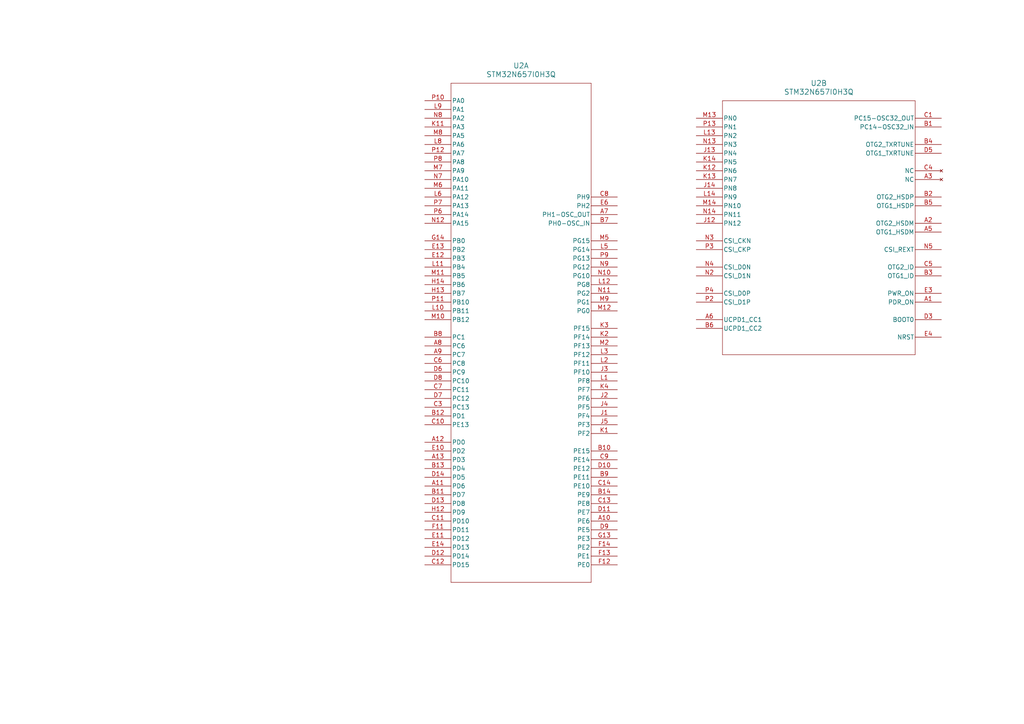
<source format=kicad_sch>
(kicad_sch (version 20250114) (generator "eeschema") (generator_version "9.0")
  (paper "A4")
  (lib_symbols
    (symbol "CustomFootPrints:STM32N657I0H3Q" (pin_names (offset 0.254))
      (property "Reference" "U" (at 0 80.01 0))
      (property "Value" "STM32N657I0H3Q" (at 0 77.47 0))
      (symbol "STM32N657I0H3Q_1_1"
        (polyline (pts (xy -20.32 74.93) (xy -20.32 -69.85)) (stroke (width 0.127)))
        (polyline (pts (xy -20.32 -69.85) (xy 20.32 -69.85)) (stroke (width 0.127)))
        (polyline (pts (xy 20.32 74.93) (xy -20.32 74.93)) (stroke (width 0.127)))
        (polyline (pts (xy 20.32 -69.85) (xy 20.32 74.93)) (stroke (width 0.127)))
        (pin bidirectional line (at -27.94 69.85 0) (length 7.62) (name "PA0") (number "P10"))
        (pin bidirectional line (at -27.94 67.31 0) (length 7.62) (name "PA1") (number "L9"))
        (pin bidirectional line (at -27.94 64.77 0) (length 7.62) (name "PA2") (number "N8"))
        (pin bidirectional line (at -27.94 62.23 0) (length 7.62) (name "PA3") (number "K11"))
        (pin bidirectional line (at -27.94 59.69 0) (length 7.62) (name "PA5") (number "M8"))
        (pin bidirectional line (at -27.94 57.15 0) (length 7.62) (name "PA6") (number "L8"))
        (pin bidirectional line (at -27.94 54.61 0) (length 7.62) (name "PA7") (number "P12"))
        (pin bidirectional line (at -27.94 52.07 0) (length 7.62) (name "PA8") (number "P8"))
        (pin bidirectional line (at -27.94 49.53 0) (length 7.62) (name "PA9") (number "M7"))
        (pin bidirectional line (at -27.94 46.99 0) (length 7.62) (name "PA10") (number "N7"))
        (pin bidirectional line (at -27.94 44.45 0) (length 7.62) (name "PA11") (number "M6"))
        (pin bidirectional line (at -27.94 41.91 0) (length 7.62) (name "PA12") (number "L6"))
        (pin bidirectional line (at -27.94 39.37 0) (length 7.62) (name "PA13") (number "P7"))
        (pin bidirectional line (at -27.94 36.83 0) (length 7.62) (name "PA14") (number "P6"))
        (pin bidirectional line (at -27.94 34.29 0) (length 7.62) (name "PA15") (number "N12"))
        (pin bidirectional line (at -27.94 29.21 0) (length 7.62) (name "PB0") (number "G14"))
        (pin bidirectional line (at -27.94 26.67 0) (length 7.62) (name "PB2") (number "E13"))
        (pin bidirectional line (at -27.94 24.13 0) (length 7.62) (name "PB3") (number "E12"))
        (pin bidirectional line (at -27.94 21.59 0) (length 7.62) (name "PB4") (number "L11"))
        (pin bidirectional line (at -27.94 19.05 0) (length 7.62) (name "PB5") (number "M11"))
        (pin bidirectional line (at -27.94 16.51 0) (length 7.62) (name "PB6") (number "H14"))
        (pin bidirectional line (at -27.94 13.97 0) (length 7.62) (name "PB7") (number "H13"))
        (pin bidirectional line (at -27.94 11.43 0) (length 7.62) (name "PB10") (number "P11"))
        (pin bidirectional line (at -27.94 8.89 0) (length 7.62) (name "PB11") (number "L10"))
        (pin bidirectional line (at -27.94 6.35 0) (length 7.62) (name "PB12") (number "M10"))
        (pin bidirectional line (at -27.94 1.27 0) (length 7.62) (name "PC1") (number "B8"))
        (pin bidirectional line (at -27.94 -1.27 0) (length 7.62) (name "PC6") (number "A8"))
        (pin bidirectional line (at -27.94 -3.81 0) (length 7.62) (name "PC7") (number "A9"))
        (pin bidirectional line (at -27.94 -6.35 0) (length 7.62) (name "PC8") (number "C6"))
        (pin bidirectional line (at -27.94 -8.89 0) (length 7.62) (name "PC9") (number "D6"))
        (pin bidirectional line (at -27.94 -11.43 0) (length 7.62) (name "PC10") (number "D8"))
        (pin bidirectional line (at -27.94 -13.97 0) (length 7.62) (name "PC11") (number "C7"))
        (pin bidirectional line (at -27.94 -16.51 0) (length 7.62) (name "PC12") (number "D7"))
        (pin bidirectional line (at -27.94 -19.05 0) (length 7.62) (name "PC13") (number "C3"))
        (pin bidirectional line (at -27.94 -21.59 0) (length 7.62) (name "PD1") (number "B12"))
        (pin bidirectional line (at -27.94 -24.13 0) (length 7.62) (name "PE13") (number "C10"))
        (pin bidirectional line (at -27.94 -29.21 0) (length 7.62) (name "PD0") (number "A12"))
        (pin bidirectional line (at -27.94 -31.75 0) (length 7.62) (name "PD2") (number "E10"))
        (pin bidirectional line (at -27.94 -34.29 0) (length 7.62) (name "PD3") (number "A13"))
        (pin bidirectional line (at -27.94 -36.83 0) (length 7.62) (name "PD4") (number "B13"))
        (pin bidirectional line (at -27.94 -39.37 0) (length 7.62) (name "PD5") (number "D14"))
        (pin bidirectional line (at -27.94 -41.91 0) (length 7.62) (name "PD6") (number "A11"))
        (pin bidirectional line (at -27.94 -44.45 0) (length 7.62) (name "PD7") (number "B11"))
        (pin bidirectional line (at -27.94 -46.99 0) (length 7.62) (name "PD8") (number "D13"))
        (pin bidirectional line (at -27.94 -49.53 0) (length 7.62) (name "PD9") (number "H12"))
        (pin bidirectional line (at -27.94 -52.07 0) (length 7.62) (name "PD10") (number "C11"))
        (pin bidirectional line (at -27.94 -54.61 0) (length 7.62) (name "PD11") (number "F11"))
        (pin bidirectional line (at -27.94 -57.15 0) (length 7.62) (name "PD12") (number "E11"))
        (pin bidirectional line (at -27.94 -59.69 0) (length 7.62) (name "PD13") (number "E14"))
        (pin bidirectional line (at -27.94 -62.23 0) (length 7.62) (name "PD14") (number "D12"))
        (pin bidirectional line (at -27.94 -64.77 0) (length 7.62) (name "PD15") (number "C12"))
        (pin bidirectional line (at 27.94 41.91 180) (length 7.62) (name "PH9") (number "C8"))
        (pin bidirectional line (at 27.94 39.37 180) (length 7.62) (name "PH2") (number "E6"))
        (pin bidirectional line (at 27.94 36.83 180) (length 7.62) (name "PH1-OSC_OUT") (number "A7"))
        (pin bidirectional line (at 27.94 34.29 180) (length 7.62) (name "PH0-OSC_IN") (number "B7"))
        (pin bidirectional line (at 27.94 29.21 180) (length 7.62) (name "PG15") (number "M5"))
        (pin bidirectional line (at 27.94 26.67 180) (length 7.62) (name "PG14") (number "L5"))
        (pin bidirectional line (at 27.94 24.13 180) (length 7.62) (name "PG13") (number "P9"))
        (pin bidirectional line (at 27.94 21.59 180) (length 7.62) (name "PG12") (number "N9"))
        (pin bidirectional line (at 27.94 19.05 180) (length 7.62) (name "PG10") (number "N10"))
        (pin bidirectional line (at 27.94 16.51 180) (length 7.62) (name "PG8") (number "L12"))
        (pin bidirectional line (at 27.94 13.97 180) (length 7.62) (name "PG2") (number "N11"))
        (pin bidirectional line (at 27.94 11.43 180) (length 7.62) (name "PG1") (number "M9"))
        (pin bidirectional line (at 27.94 8.89 180) (length 7.62) (name "PG0") (number "M12"))
        (pin bidirectional line (at 27.94 3.81 180) (length 7.62) (name "PF15") (number "K3"))
        (pin bidirectional line (at 27.94 1.27 180) (length 7.62) (name "PF14") (number "K2"))
        (pin bidirectional line (at 27.94 -1.27 180) (length 7.62) (name "PF13") (number "M2"))
        (pin bidirectional line (at 27.94 -3.81 180) (length 7.62) (name "PF12") (number "L3"))
        (pin bidirectional line (at 27.94 -6.35 180) (length 7.62) (name "PF11") (number "L2"))
        (pin bidirectional line (at 27.94 -8.89 180) (length 7.62) (name "PF10") (number "J3"))
        (pin bidirectional line (at 27.94 -11.43 180) (length 7.62) (name "PF8") (number "L1"))
        (pin bidirectional line (at 27.94 -13.97 180) (length 7.62) (name "PF7") (number "K4"))
        (pin bidirectional line (at 27.94 -16.51 180) (length 7.62) (name "PF6") (number "J2"))
        (pin bidirectional line (at 27.94 -19.05 180) (length 7.62) (name "PF5") (number "J4"))
        (pin bidirectional line (at 27.94 -21.59 180) (length 7.62) (name "PF4") (number "J1"))
        (pin bidirectional line (at 27.94 -24.13 180) (length 7.62) (name "PF3") (number "J5"))
        (pin bidirectional line (at 27.94 -26.67 180) (length 7.62) (name "PF2") (number "K1"))
        (pin bidirectional line (at 27.94 -31.75 180) (length 7.62) (name "PE15") (number "B10"))
        (pin bidirectional line (at 27.94 -34.29 180) (length 7.62) (name "PE14") (number "C9"))
        (pin bidirectional line (at 27.94 -36.83 180) (length 7.62) (name "PE12") (number "D10"))
        (pin bidirectional line (at 27.94 -39.37 180) (length 7.62) (name "PE11") (number "B9"))
        (pin bidirectional line (at 27.94 -41.91 180) (length 7.62) (name "PE10") (number "C14"))
        (pin bidirectional line (at 27.94 -44.45 180) (length 7.62) (name "PE9") (number "B14"))
        (pin bidirectional line (at 27.94 -46.99 180) (length 7.62) (name "PE8") (number "C13"))
        (pin bidirectional line (at 27.94 -49.53 180) (length 7.62) (name "PE7") (number "D11"))
        (pin bidirectional line (at 27.94 -52.07 180) (length 7.62) (name "PE6") (number "A10"))
        (pin bidirectional line (at 27.94 -54.61 180) (length 7.62) (name "PE5") (number "D9"))
        (pin bidirectional line (at 27.94 -57.15 180) (length 7.62) (name "PE3") (number "G13"))
        (pin bidirectional line (at 27.94 -59.69 180) (length 7.62) (name "PE2") (number "F14"))
        (pin bidirectional line (at 27.94 -62.23 180) (length 7.62) (name "PE1") (number "F13"))
        (pin bidirectional line (at 27.94 -64.77 180) (length 7.62) (name "PE0") (number "F12"))
      )
      (symbol "STM32N657I0H3Q_2_1"
        (polyline (pts (xy 7.62 5.08) (xy 7.62 -68.58)) (stroke (width 0.127)))
        (polyline (pts (xy 7.62 -68.58) (xy 63.5 -68.58)) (stroke (width 0.127)))
        (polyline (pts (xy 63.5 5.08) (xy 7.62 5.08)) (stroke (width 0.127)))
        (polyline (pts (xy 63.5 -68.58) (xy 63.5 5.08)) (stroke (width 0.127)))
        (pin bidirectional line (at 0 0 0) (length 7.62) (name "PN0") (number "M13"))
        (pin bidirectional line (at 0 -2.54 0) (length 7.62) (name "PN1") (number "P13"))
        (pin bidirectional line (at 0 -5.08 0) (length 7.62) (name "PN2") (number "L13"))
        (pin bidirectional line (at 0 -7.62 0) (length 7.62) (name "PN3") (number "N13"))
        (pin bidirectional line (at 0 -10.16 0) (length 7.62) (name "PN4") (number "J13"))
        (pin bidirectional line (at 0 -12.7 0) (length 7.62) (name "PN5") (number "K14"))
        (pin bidirectional line (at 0 -15.24 0) (length 7.62) (name "PN6") (number "K12"))
        (pin bidirectional line (at 0 -17.78 0) (length 7.62) (name "PN7") (number "K13"))
        (pin bidirectional line (at 0 -20.32 0) (length 7.62) (name "PN8") (number "J14"))
        (pin bidirectional line (at 0 -22.86 0) (length 7.62) (name "PN9") (number "L14"))
        (pin bidirectional line (at 0 -25.4 0) (length 7.62) (name "PN10") (number "M14"))
        (pin bidirectional line (at 0 -27.94 0) (length 7.62) (name "PN11") (number "N14"))
        (pin bidirectional line (at 0 -30.48 0) (length 7.62) (name "PN12") (number "J12"))
        (pin input line (at 0 -35.56 0) (length 7.62) (name "CSI_CKN") (number "N3"))
        (pin input line (at 0 -38.1 0) (length 7.62) (name "CSI_CKP") (number "P3"))
        (pin input line (at 0 -43.18 0) (length 7.62) (name "CSI_D0N") (number "N4"))
        (pin input line (at 0 -45.72 0) (length 7.62) (name "CSI_D1N") (number "N2"))
        (pin input line (at 0 -50.8 0) (length 7.62) (name "CSI_D0P") (number "P4"))
        (pin input line (at 0 -53.34 0) (length 7.62) (name "CSI_D1P") (number "P2"))
        (pin bidirectional line (at 0 -58.42 0) (length 7.62) (name "UCPD1_CC1") (number "A6"))
        (pin bidirectional line (at 0 -60.96 0) (length 7.62) (name "UCPD1_CC2") (number "B6"))
        (pin bidirectional line (at 71.12 0 180) (length 7.62) (name "PC15-OSC32_OUT") (number "C1"))
        (pin bidirectional line (at 71.12 -2.54 180) (length 7.62) (name "PC14-OSC32_IN") (number "B1"))
        (pin bidirectional line (at 71.12 -7.62 180) (length 7.62) (name "OTG2_TXRTUNE") (number "B4"))
        (pin bidirectional line (at 71.12 -10.16 180) (length 7.62) (name "OTG1_TXRTUNE") (number "D5"))
        (pin no_connect line (at 71.12 -15.24 180) (length 7.62) (name "NC") (number "C4"))
        (pin no_connect line (at 71.12 -17.78 180) (length 7.62) (name "NC") (number "A3"))
        (pin bidirectional line (at 71.12 -22.86 180) (length 7.62) (name "OTG2_HSDP") (number "B2"))
        (pin bidirectional line (at 71.12 -25.4 180) (length 7.62) (name "OTG1_HSDP") (number "B5"))
        (pin bidirectional line (at 71.12 -30.48 180) (length 7.62) (name "OTG2_HSDM") (number "A2"))
        (pin bidirectional line (at 71.12 -33.02 180) (length 7.62) (name "OTG1_HSDM") (number "A5"))
        (pin bidirectional line (at 71.12 -38.1 180) (length 7.62) (name "CSI_REXT") (number "N5"))
        (pin bidirectional line (at 71.12 -43.18 180) (length 7.62) (name "OTG2_ID") (number "C5"))
        (pin bidirectional line (at 71.12 -45.72 180) (length 7.62) (name "OTG1_ID") (number "B3"))
        (pin input line (at 71.12 -50.8 180) (length 7.62) (name "PWR_ON") (number "E3"))
        (pin input line (at 71.12 -53.34 180) (length 7.62) (name "PDR_ON") (number "A1"))
        (pin input line (at 71.12 -58.42 180) (length 7.62) (name "BOOT0") (number "D3"))
        (pin input line (at 71.12 -63.5 180) (length 7.62) (name "NRST") (number "E4"))
      )
      (symbol "STM32N657I0H3Q_3_1"
        (polyline (pts (xy 7.62 5.08) (xy 7.62 -91.44)) (stroke (width 0.127)))
        (polyline (pts (xy 7.62 -91.44) (xy 48.26 -91.44)) (stroke (width 0.127)))
        (polyline (pts (xy 48.26 5.08) (xy 7.62 5.08)) (stroke (width 0.127)))
        (polyline (pts (xy 48.26 -91.44) (xy 48.26 5.08)) (stroke (width 0.127)))
        (pin power_in line (at 0 0 0) (length 7.62) (name "VSS") (number "H11"))
        (pin power_in line (at 0 -2.54 0) (length 7.62) (name "VSS") (number "A14"))
        (pin power_in line (at 0 -5.08 0) (length 7.62) (name "VSS") (number "E7"))
        (pin power_in line (at 0 -7.62 0) (length 7.62) (name "VSS") (number "F10"))
        (pin power_in line (at 0 -10.16 0) (length 7.62) (name "VSS") (number "H10"))
        (pin power_in line (at 0 -12.7 0) (length 7.62) (name "VSS") (number "K5"))
        (pin power_in line (at 0 -15.24 0) (length 7.62) (name "VSS") (number "K10"))
        (pin power_in line (at 0 -17.78 0) (length 7.62) (name "VSS") (number "P1"))
        (pin power_in line (at 0 -20.32 0) (length 7.62) (name "VSS") (number "P14"))
        (pin power_in line (at 0 -25.4 0) (length 7.62) (name "VSSA") (number "M4"))
        (pin power_in line (at 0 -30.48 0) (length 7.62) (name "VSSAON") (number "F5"))
        (pin power_in line (at 0 -35.56 0) (length 7.62) (name "VSSAPMU") (number "E2"))
        (pin power_in line (at 0 -40.64 0) (length 7.62) (name "VSSSMPS") (number "F1"))
        (pin power_in line (at 0 -43.18 0) (length 7.62) (name "VSSSMPS") (number "F2"))
        (pin power_in line (at 0 -45.72 0) (length 7.62) (name "VSSSMPS") (number "F3"))
        (pin power_in line (at 0 -48.26 0) (length 7.62) (name "VSSSMPS") (number "F4"))
        (pin power_in line (at 0 -53.34 0) (length 7.62) (name "VBAT") (number "C2"))
        (pin power_in line (at 0 -58.42 0) (length 7.62) (name "VREF+") (number "M1"))
        (pin power_in line (at 0 -60.96 0) (length 7.62) (name "VREF-") (number "N1"))
        (pin power_in line (at 0 -66.04 0) (length 7.62) (name "V08CAP") (number "D1"))
        (pin power_in line (at 0 -71.12 0) (length 7.62) (name "VFBSMPS") (number "D2"))
        (pin power_in line (at 0 -76.2 0) (length 7.62) (name "VLXSMPS") (number "G1"))
        (pin power_in line (at 0 -78.74 0) (length 7.62) (name "VLXSMPS") (number "G2"))
        (pin power_in line (at 0 -81.28 0) (length 7.62) (name "VLXSMPS") (number "G3"))
        (pin power_in line (at 0 -83.82 0) (length 7.62) (name "VLXSMPS") (number "G4"))
        (pin power_in line (at 55.88 0 180) (length 7.62) (name "VDDA18USB") (number "D4"))
        (pin power_in line (at 55.88 -5.08 180) (length 7.62) (name "VDDA18PLL") (number "L4"))
        (pin power_in line (at 55.88 -10.16 180) (length 7.62) (name "VDDA18MPU") (number "E1"))
        (pin power_in line (at 55.88 -15.24 180) (length 7.62) (name "VDDA18CSI") (number "P5"))
        (pin power_in line (at 55.88 -20.32 180) (length 7.62) (name "VDDA18ADC") (number "M3"))
        (pin power_in line (at 55.88 -25.4 180) (length 7.62) (name "VDDA18AON") (number "E5"))
        (pin power_in line (at 55.88 -30.48 180) (length 7.62) (name "VDD33USB") (number "A4"))
        (pin power_in line (at 55.88 -35.56 180) (length 7.62) (name "VDDSMPS") (number "H4"))
        (pin power_in line (at 55.88 -38.1 180) (length 7.62) (name "VDDSMPS") (number "H3"))
        (pin power_in line (at 55.88 -40.64 180) (length 7.62) (name "VDDSMPS") (number "H2"))
        (pin power_in line (at 55.88 -43.18 180) (length 7.62) (name "VDDSMPS") (number "H1"))
        (pin power_in line (at 55.88 -48.26 180) (length 7.62) (name "VDDCORE") (number "L7"))
        (pin power_in line (at 55.88 -50.8 180) (length 7.62) (name "VDDCORE") (number "K9"))
        (pin power_in line (at 55.88 -53.34 180) (length 7.62) (name "VDDCORE") (number "K8"))
        (pin power_in line (at 55.88 -55.88 180) (length 7.62) (name "VDDCORE") (number "K7"))
        (pin power_in line (at 55.88 -58.42 180) (length 7.62) (name "VDDCORE") (number "K6"))
        (pin power_in line (at 55.88 -63.5 180) (length 7.62) (name "VDDCSI") (number "N6"))
        (pin power_in line (at 55.88 -68.58 180) (length 7.62) (name "VDDIO4") (number "E9"))
        (pin power_in line (at 55.88 -71.12 180) (length 7.62) (name "VDDIO4") (number "E8"))
        (pin power_in line (at 55.88 -73.66 180) (length 7.62) (name "VDDIO3") (number "J11"))
        (pin power_in line (at 55.88 -76.2 180) (length 7.62) (name "VDDIO3") (number "J10"))
        (pin power_in line (at 55.88 -81.28 180) (length 7.62) (name "VDD") (number "G12"))
        (pin power_in line (at 55.88 -83.82 180) (length 7.62) (name "VDD") (number "G11"))
        (pin power_in line (at 55.88 -86.36 180) (length 7.62) (name "VDD") (number "G10"))
      )
    )
  )
  (symbol (lib_id "CustomFootPrints:STM32N657I0H3Q") (at 151.13 99.06 0) (unit 1)
    (property "Reference" "U2" (at 151.13 19.05 0) (effects (font (size 1.524 1.524))))
    (property "Value" "STM32N657I0H3Q" (at 151.13 21.59 0) (effects (font (size 1.524 1.524))))
    (property "Footprint" "VFBGA178_12X12_STM" (effects (hide yes)))
    (property "Datasheet" "https://www.st.com/resource/en/datasheet/stm32n657a0.pdf" (effects (hide yes)))
  )
  (symbol (lib_id "CustomFootPrints:STM32N657I0H3Q") (at 201.93 34.29 0) (unit 2)
    (property "Reference" "U2" (at 237.49 24.13 0) (effects (font (size 1.524 1.524))))
    (property "Value" "STM32N657I0H3Q" (at 237.49 26.67 0) (effects (font (size 1.524 1.524))))
    (property "Footprint" "VFBGA178_12X12_STM" (effects (hide yes)))
    (property "Datasheet" "https://www.st.com/resource/en/datasheet/stm32n657a0.pdf" (effects (hide yes)))
  )
)
</source>
